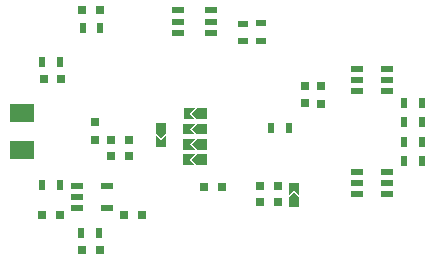
<source format=gbp>
G04 #@! TF.GenerationSoftware,KiCad,Pcbnew,(5.1.10)-1*
G04 #@! TF.CreationDate,2021-11-16T23:48:59-08:00*
G04 #@! TF.ProjectId,DigitalFadingLED,44696769-7461-46c4-9661-64696e674c45,rev?*
G04 #@! TF.SameCoordinates,Original*
G04 #@! TF.FileFunction,Paste,Bot*
G04 #@! TF.FilePolarity,Positive*
%FSLAX46Y46*%
G04 Gerber Fmt 4.6, Leading zero omitted, Abs format (unit mm)*
G04 Created by KiCad (PCBNEW (5.1.10)-1) date 2021-11-16 23:48:59*
%MOMM*%
%LPD*%
G01*
G04 APERTURE LIST*
%ADD10C,0.100000*%
%ADD11R,0.800000X0.750000*%
%ADD12R,0.750000X0.800000*%
%ADD13R,2.030000X1.650000*%
%ADD14R,0.500000X0.900000*%
%ADD15R,1.000000X0.600000*%
%ADD16R,1.100000X0.600000*%
%ADD17R,0.900000X0.500000*%
G04 APERTURE END LIST*
D10*
G36*
X75773700Y-57076400D02*
G01*
X75773700Y-58076400D01*
X75323700Y-57626400D01*
X74873700Y-58076400D01*
X74873700Y-57076400D01*
X75773700Y-57076400D01*
G37*
G36*
X75323700Y-57776400D02*
G01*
X75773700Y-58226400D01*
X75773700Y-59076400D01*
X74873700Y-59076400D01*
X74873700Y-58226400D01*
X75323700Y-57776400D01*
G37*
G36*
X65967800Y-50718300D02*
G01*
X66967800Y-50718300D01*
X66517800Y-51168300D01*
X66967800Y-51618300D01*
X65967800Y-51618300D01*
X65967800Y-50718300D01*
G37*
G36*
X66667800Y-51168300D02*
G01*
X67117800Y-50718300D01*
X67967800Y-50718300D01*
X67967800Y-51618300D01*
X67117800Y-51618300D01*
X66667800Y-51168300D01*
G37*
G36*
X65966400Y-54629900D02*
G01*
X66966400Y-54629900D01*
X66516400Y-55079900D01*
X66966400Y-55529900D01*
X65966400Y-55529900D01*
X65966400Y-54629900D01*
G37*
G36*
X66666400Y-55079900D02*
G01*
X67116400Y-54629900D01*
X67966400Y-54629900D01*
X67966400Y-55529900D01*
X67116400Y-55529900D01*
X66666400Y-55079900D01*
G37*
G36*
X63608800Y-53959700D02*
G01*
X63608800Y-52959700D01*
X64058800Y-53409700D01*
X64508800Y-52959700D01*
X64508800Y-53959700D01*
X63608800Y-53959700D01*
G37*
G36*
X64058800Y-53259700D02*
G01*
X63608800Y-52809700D01*
X63608800Y-51959700D01*
X64508800Y-51959700D01*
X64508800Y-52809700D01*
X64058800Y-53259700D01*
G37*
G36*
X65966400Y-52013700D02*
G01*
X66966400Y-52013700D01*
X66516400Y-52463700D01*
X66966400Y-52913700D01*
X65966400Y-52913700D01*
X65966400Y-52013700D01*
G37*
G36*
X66666400Y-52463700D02*
G01*
X67116400Y-52013700D01*
X67966400Y-52013700D01*
X67966400Y-52913700D01*
X67116400Y-52913700D01*
X66666400Y-52463700D01*
G37*
G36*
X65966400Y-53334500D02*
G01*
X66966400Y-53334500D01*
X66516400Y-53784500D01*
X66966400Y-54234500D01*
X65966400Y-54234500D01*
X65966400Y-53334500D01*
G37*
G36*
X66666400Y-53784500D02*
G01*
X67116400Y-53334500D01*
X67966400Y-53334500D01*
X67966400Y-54234500D01*
X67116400Y-54234500D01*
X66666400Y-53784500D01*
G37*
D11*
X61342400Y-53378100D03*
X59842400Y-53378100D03*
X59841700Y-54762400D03*
X61341700Y-54762400D03*
X55627400Y-48247300D03*
X54127400Y-48247300D03*
X60960000Y-59728100D03*
X62460000Y-59728100D03*
X58891300Y-42418000D03*
X57391300Y-42418000D03*
D12*
X77597000Y-50318800D03*
X77597000Y-48818800D03*
X76225400Y-50318100D03*
X76225400Y-48818100D03*
D11*
X69202300Y-57365900D03*
X67702300Y-57365900D03*
X73926700Y-58699400D03*
X72426700Y-58699400D03*
X72428100Y-57302400D03*
X73928100Y-57302400D03*
X57377900Y-62750700D03*
X58877900Y-62750700D03*
D12*
X58432700Y-53366800D03*
X58432700Y-51866800D03*
D13*
X52324000Y-51137700D03*
X52324000Y-54297700D03*
D14*
X54024400Y-57251600D03*
X55524400Y-57251600D03*
X84658200Y-53555900D03*
X86158200Y-53555900D03*
X86158200Y-51904900D03*
X84658200Y-51904900D03*
X86157500Y-50253900D03*
X84657500Y-50253900D03*
X58928000Y-43891200D03*
X57428000Y-43891200D03*
X73393300Y-52412900D03*
X74893300Y-52412900D03*
X58789000Y-61277500D03*
X57289000Y-61277500D03*
X84658200Y-55219600D03*
X86158200Y-55219600D03*
D15*
X56908700Y-58214300D03*
X56908700Y-57264300D03*
X56908700Y-59164300D03*
X59508700Y-59164300D03*
X59508700Y-57264300D03*
X80632300Y-49288700D03*
X80632300Y-48338700D03*
X80632300Y-47388700D03*
X83232300Y-47388700D03*
X83232300Y-48338700D03*
X83232300Y-49288700D03*
X80632300Y-58000900D03*
X83232300Y-58000900D03*
X80632300Y-57050900D03*
X80632300Y-56100900D03*
X83232300Y-57050900D03*
X83232300Y-56100900D03*
D16*
X65532000Y-44335700D03*
X65532000Y-43385700D03*
X68332000Y-42435700D03*
X65532000Y-42435700D03*
X68332000Y-43385700D03*
X68332000Y-44335700D03*
D14*
X54000400Y-46774100D03*
X55500400Y-46774100D03*
D11*
X55486300Y-59728100D03*
X53986300Y-59728100D03*
D17*
X70967600Y-43546900D03*
X70967600Y-45046900D03*
X72529700Y-45035600D03*
X72529700Y-43535600D03*
M02*

</source>
